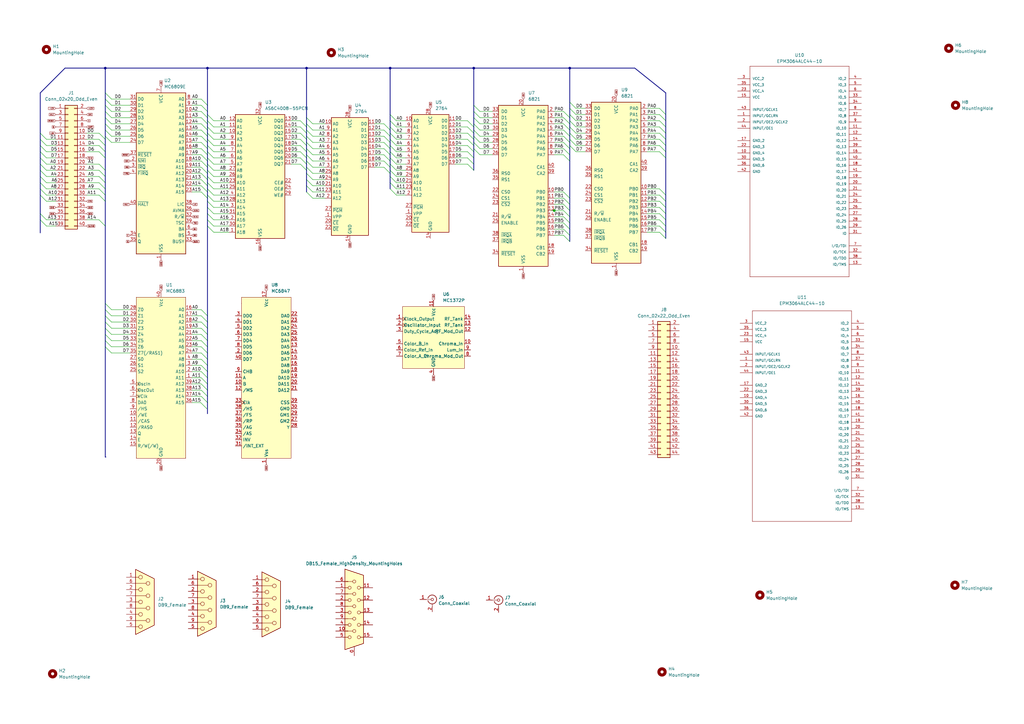
<source format=kicad_sch>
(kicad_sch (version 20211123) (generator eeschema)
  (paper "A3")
  (junction (at 43.18 27.94))
  (junction (at 85.09 27.94))
  (junction (at 227.33 86.36))
  (junction (at 194.31 27.94))
  (junction (at 160.02 27.94))
  (junction (at 125.73 27.94))
  (junction (at 233.68 27.94))
  (bus_entry (at 43.18 139.7) (size 2.54 2.54))
  (bus_entry (at 43.18 142.24) (size 2.54 2.54))
  (bus_entry (at 43.18 137.16) (size 2.54 2.54))
  (bus_entry (at 43.18 134.62) (size 2.54 2.54))
  (bus_entry (at 191.77 54.61) (size 2.54 2.54))
  (bus_entry (at 191.77 57.15) (size 2.54 2.54))
  (bus_entry (at 160.02 69.85) (size 2.54 2.54))
  (bus_entry (at 160.02 72.39) (size 2.54 2.54))
  (bus_entry (at 160.02 74.93) (size 2.54 2.54))
  (bus_entry (at 160.02 77.47) (size 2.54 2.54))
  (bus_entry (at 160.02 54.61) (size 2.54 2.54))
  (bus_entry (at 160.02 57.15) (size 2.54 2.54))
  (bus_entry (at 160.02 59.69) (size 2.54 2.54))
  (bus_entry (at 160.02 62.23) (size 2.54 2.54))
  (bus_entry (at 160.02 64.77) (size 2.54 2.54))
  (bus_entry (at 160.02 67.31) (size 2.54 2.54))
  (bus_entry (at 160.02 46.99) (size 2.54 2.54))
  (bus_entry (at 160.02 49.53) (size 2.54 2.54))
  (bus_entry (at 160.02 52.07) (size 2.54 2.54))
  (bus_entry (at 191.77 52.07) (size 2.54 2.54))
  (bus_entry (at 191.77 49.53) (size 2.54 2.54))
  (bus_entry (at 191.77 62.23) (size 2.54 2.54))
  (bus_entry (at 191.77 64.77) (size 2.54 2.54))
  (bus_entry (at 191.77 59.69) (size 2.54 2.54))
  (bus_entry (at 191.77 67.31) (size 2.54 2.54))
  (bus_entry (at 43.18 55.88) (size 2.54 2.54))
  (bus_entry (at 82.55 127) (size 2.54 2.54))
  (bus_entry (at 43.18 38.1) (size 2.54 2.54))
  (bus_entry (at 82.55 129.54) (size 2.54 2.54))
  (bus_entry (at 82.55 132.08) (size 2.54 2.54))
  (bus_entry (at 82.55 134.62) (size 2.54 2.54))
  (bus_entry (at 82.55 137.16) (size 2.54 2.54))
  (bus_entry (at 82.55 139.7) (size 2.54 2.54))
  (bus_entry (at 82.55 142.24) (size 2.54 2.54))
  (bus_entry (at 82.55 144.78) (size 2.54 2.54))
  (bus_entry (at 82.55 147.32) (size 2.54 2.54))
  (bus_entry (at 82.55 149.86) (size 2.54 2.54))
  (bus_entry (at 82.55 152.4) (size 2.54 2.54))
  (bus_entry (at 82.55 154.94) (size 2.54 2.54))
  (bus_entry (at 82.55 157.48) (size 2.54 2.54))
  (bus_entry (at 82.55 160.02) (size 2.54 2.54))
  (bus_entry (at 82.55 162.56) (size 2.54 2.54))
  (bus_entry (at 82.296 165.1) (size 2.54 2.54))
  (bus_entry (at 16.51 90.17) (size 2.54 2.54))
  (bus_entry (at 16.51 87.63) (size 2.54 2.54))
  (bus_entry (at 40.64 90.17) (size 2.54 2.54))
  (bus_entry (at 16.51 59.69) (size 2.54 2.54))
  (bus_entry (at 16.51 62.23) (size 2.54 2.54))
  (bus_entry (at 16.51 64.77) (size 2.54 2.54))
  (bus_entry (at 16.51 67.31) (size 2.54 2.54))
  (bus_entry (at 16.51 69.85) (size 2.54 2.54))
  (bus_entry (at 16.51 72.39) (size 2.54 2.54))
  (bus_entry (at 16.51 74.93) (size 2.54 2.54))
  (bus_entry (at 16.51 77.47) (size 2.54 2.54))
  (bus_entry (at 16.51 80.01) (size 2.54 2.54))
  (bus_entry (at 16.51 54.61) (size 2.54 2.54))
  (bus_entry (at 16.51 57.15) (size 2.54 2.54))
  (bus_entry (at 82.55 58.42) (size 2.54 2.54))
  (bus_entry (at 82.55 55.88) (size 2.54 2.54))
  (bus_entry (at 82.55 60.96) (size 2.54 2.54))
  (bus_entry (at 82.55 63.5) (size 2.54 2.54))
  (bus_entry (at 85.09 85.09) (size 2.54 2.54))
  (bus_entry (at 85.09 90.17) (size 2.54 2.54))
  (bus_entry (at 85.09 82.55) (size 2.54 2.54))
  (bus_entry (at 85.09 80.01) (size 2.54 2.54))
  (bus_entry (at 85.09 87.63) (size 2.54 2.54))
  (bus_entry (at 82.55 78.74) (size 2.54 2.54))
  (bus_entry (at 85.09 92.71) (size 2.54 2.54))
  (bus_entry (at 85.09 62.23) (size 2.54 2.54))
  (bus_entry (at 85.09 64.77) (size 2.54 2.54))
  (bus_entry (at 82.55 71.12) (size 2.54 2.54))
  (bus_entry (at 85.09 69.85) (size 2.54 2.54))
  (bus_entry (at 85.09 67.31) (size 2.54 2.54))
  (bus_entry (at 85.09 72.39) (size 2.54 2.54))
  (bus_entry (at 82.55 68.58) (size 2.54 2.54))
  (bus_entry (at 82.55 66.04) (size 2.54 2.54))
  (bus_entry (at 82.55 73.66) (size 2.54 2.54))
  (bus_entry (at 85.09 77.47) (size 2.54 2.54))
  (bus_entry (at 85.09 74.93) (size 2.54 2.54))
  (bus_entry (at 82.55 76.2) (size 2.54 2.54))
  (bus_entry (at 43.18 129.54) (size 2.54 2.54))
  (bus_entry (at 43.18 132.08) (size 2.54 2.54))
  (bus_entry (at 270.51 77.47) (size 2.54 2.54))
  (bus_entry (at 270.51 87.63) (size 2.54 2.54))
  (bus_entry (at 270.51 85.09) (size 2.54 2.54))
  (bus_entry (at 270.51 90.17) (size 2.54 2.54))
  (bus_entry (at 270.51 92.71) (size 2.54 2.54))
  (bus_entry (at 270.51 80.01) (size 2.54 2.54))
  (bus_entry (at 270.51 82.55) (size 2.54 2.54))
  (bus_entry (at 270.51 95.25) (size 2.54 2.54))
  (bus_entry (at 123.19 59.69) (size 2.54 2.54))
  (bus_entry (at 123.19 57.15) (size 2.54 2.54))
  (bus_entry (at 123.19 49.53) (size 2.54 2.54))
  (bus_entry (at 123.19 54.61) (size 2.54 2.54))
  (bus_entry (at 123.19 52.07) (size 2.54 2.54))
  (bus_entry (at 85.09 59.69) (size 2.54 2.54))
  (bus_entry (at 85.09 57.15) (size 2.54 2.54))
  (bus_entry (at 194.31 45.72) (size 2.54 2.54))
  (bus_entry (at 194.31 43.18) (size 2.54 2.54))
  (bus_entry (at 231.14 45.72) (size 2.54 2.54))
  (bus_entry (at 231.14 48.26) (size 2.54 2.54))
  (bus_entry (at 231.14 50.8) (size 2.54 2.54))
  (bus_entry (at 231.14 53.34) (size 2.54 2.54))
  (bus_entry (at 231.14 55.88) (size 2.54 2.54))
  (bus_entry (at 231.14 81.28) (size 2.54 2.54))
  (bus_entry (at 231.14 83.82) (size 2.54 2.54))
  (bus_entry (at 231.14 86.36) (size 2.54 2.54))
  (bus_entry (at 231.14 88.9) (size 2.54 2.54))
  (bus_entry (at 231.14 91.44) (size 2.54 2.54))
  (bus_entry (at 231.14 93.98) (size 2.54 2.54))
  (bus_entry (at 231.14 96.52) (size 2.54 2.54))
  (bus_entry (at 231.14 58.42) (size 2.54 2.54))
  (bus_entry (at 231.14 60.96) (size 2.54 2.54))
  (bus_entry (at 231.14 63.5) (size 2.54 2.54))
  (bus_entry (at 231.14 78.74) (size 2.54 2.54))
  (bus_entry (at 194.31 48.26) (size 2.54 2.54))
  (bus_entry (at 194.31 60.96) (size 2.54 2.54))
  (bus_entry (at 194.31 50.8) (size 2.54 2.54))
  (bus_entry (at 194.31 53.34) (size 2.54 2.54))
  (bus_entry (at 194.31 55.88) (size 2.54 2.54))
  (bus_entry (at 194.31 58.42) (size 2.54 2.54))
  (bus_entry (at 40.64 54.61) (size 2.54 2.54))
  (bus_entry (at 40.64 72.39) (size 2.54 2.54))
  (bus_entry (at 40.64 74.93) (size 2.54 2.54))
  (bus_entry (at 40.64 77.47) (size 2.54 2.54))
  (bus_entry (at 40.64 80.01) (size 2.54 2.54))
  (bus_entry (at 40.64 57.15) (size 2.54 2.54))
  (bus_entry (at 40.64 69.85) (size 2.54 2.54))
  (bus_entry (at 40.64 67.31) (size 2.54 2.54))
  (bus_entry (at 40.64 62.23) (size 2.54 2.54))
  (bus_entry (at 40.64 59.69) (size 2.54 2.54))
  (bus_entry (at 85.09 54.61) (size 2.54 2.54))
  (bus_entry (at 82.55 48.26) (size 2.54 2.54))
  (bus_entry (at 82.55 45.72) (size 2.54 2.54))
  (bus_entry (at 85.09 46.99) (size 2.54 2.54))
  (bus_entry (at 82.55 50.8) (size 2.54 2.54))
  (bus_entry (at 85.09 52.07) (size 2.54 2.54))
  (bus_entry (at 85.09 49.53) (size 2.54 2.54))
  (bus_entry (at 82.55 40.64) (size 2.54 2.54))
  (bus_entry (at 82.55 43.18) (size 2.54 2.54))
  (bus_entry (at 43.18 124.46) (size 2.54 2.54))
  (bus_entry (at 43.18 127) (size 2.54 2.54))
  (bus_entry (at 82.55 53.34) (size 2.54 2.54))
  (bus_entry (at 157.48 60.96) (size 2.54 2.54))
  (bus_entry (at 157.48 63.5) (size 2.54 2.54))
  (bus_entry (at 157.48 55.88) (size 2.54 2.54))
  (bus_entry (at 157.48 58.42) (size 2.54 2.54))
  (bus_entry (at 157.48 66.04) (size 2.54 2.54))
  (bus_entry (at 157.48 68.58) (size 2.54 2.54))
  (bus_entry (at 157.48 50.8) (size 2.54 2.54))
  (bus_entry (at 157.48 53.34) (size 2.54 2.54))
  (bus_entry (at 125.73 60.96) (size 2.54 2.54))
  (bus_entry (at 125.73 63.5) (size 2.54 2.54))
  (bus_entry (at 125.73 76.2) (size 2.54 2.54))
  (bus_entry (at 125.73 78.74) (size 2.54 2.54))
  (bus_entry (at 125.73 68.58) (size 2.54 2.54))
  (bus_entry (at 125.73 71.12) (size 2.54 2.54))
  (bus_entry (at 125.73 73.66) (size 2.54 2.54))
  (bus_entry (at 123.19 64.77) (size 2.54 2.54))
  (bus_entry (at 125.73 66.04) (size 2.54 2.54))
  (bus_entry (at 123.19 67.31) (size 2.54 2.54))
  (bus_entry (at 125.73 53.34) (size 2.54 2.54))
  (bus_entry (at 125.73 58.42) (size 2.54 2.54))
  (bus_entry (at 125.73 55.88) (size 2.54 2.54))
  (bus_entry (at 125.73 50.8) (size 2.54 2.54))
  (bus_entry (at 125.73 48.26) (size 2.54 2.54))
  (bus_entry (at 123.19 62.23) (size 2.54 2.54))
  (bus_entry (at 43.18 50.8) (size 2.54 2.54))
  (bus_entry (at 43.18 53.34) (size 2.54 2.54))
  (bus_entry (at 43.18 45.72) (size 2.54 2.54))
  (bus_entry (at 43.18 48.26) (size 2.54 2.54))
  (bus_entry (at 43.18 43.18) (size 2.54 2.54))
  (bus_entry (at 43.18 40.64) (size 2.54 2.54))
  (bus_entry (at 233.68 54.61) (size 2.54 2.54))
  (bus_entry (at 233.68 57.15) (size 2.54 2.54))
  (bus_entry (at 233.68 59.69) (size 2.54 2.54))
  (bus_entry (at 270.51 62.23) (size 2.54 2.54))
  (bus_entry (at 233.68 46.99) (size 2.54 2.54))
  (bus_entry (at 233.68 44.45) (size 2.54 2.54))
  (bus_entry (at 233.68 41.91) (size 2.54 2.54))
  (bus_entry (at 270.51 54.61) (size 2.54 2.54))
  (bus_entry (at 270.51 57.15) (size 2.54 2.54))
  (bus_entry (at 270.51 59.69) (size 2.54 2.54))
  (bus_entry (at 233.68 49.53) (size 2.54 2.54))
  (bus_entry (at 233.68 52.07) (size 2.54 2.54))
  (bus_entry (at 270.51 46.99) (size 2.54 2.54))
  (bus_entry (at 270.51 44.45) (size 2.54 2.54))
  (bus_entry (at 270.51 49.53) (size 2.54 2.54))
  (bus_entry (at 270.51 52.07) (size 2.54 2.54))
  (wire (pts (xy 265.43 77.47) (xy 270.51 77.47)))
  (bus (pts (xy 233.68 88.9) (xy 233.68 91.44)))
  (wire (pts (xy 35.56 74.93) (xy 40.64 74.93)))
  (wire (pts (xy 35.56 80.01) (xy 40.64 80.01)))
  (bus (pts (xy 160.02 27.94) (xy 194.31 27.94)))
  (bus (pts (xy 233.68 44.45) (xy 233.68 46.99)))
  (wire (pts (xy 265.43 46.99) (xy 270.51 46.99)))
  (wire (pts (xy 87.63 62.23) (xy 93.98 62.23)))
  (wire (pts (xy 78.74 134.62) (xy 82.55 134.62)))
  (wire (pts (xy 78.74 76.2) (xy 82.55 76.2)))
  (wire (pts (xy 128.27 55.88) (xy 133.35 55.88)))
  (wire (pts (xy 186.69 67.31) (xy 191.77 67.31)))
  (bus (pts (xy 43.18 72.39) (xy 43.18 74.93)))
  (bus (pts (xy 16.51 69.85) (xy 16.51 67.31)))
  (wire (pts (xy 236.22 57.15) (xy 240.03 57.15)))
  (bus (pts (xy 194.31 64.77) (xy 194.31 67.31)))
  (bus (pts (xy 16.51 90.17) (xy 16.51 95.504)))
  (bus (pts (xy 43.18 129.54) (xy 43.18 132.08)))
  (bus (pts (xy 85.09 68.58) (xy 85.09 69.85)))
  (bus (pts (xy 273.05 59.69) (xy 273.05 62.23)))
  (wire (pts (xy 196.85 63.5) (xy 201.93 63.5)))
  (wire (pts (xy 45.72 137.16) (xy 53.34 137.16)))
  (wire (pts (xy 78.74 66.04) (xy 82.55 66.04)))
  (wire (pts (xy 265.43 90.17) (xy 270.51 90.17)))
  (bus (pts (xy 16.51 77.47) (xy 16.51 74.93)))
  (wire (pts (xy 186.69 64.77) (xy 191.77 64.77)))
  (wire (pts (xy 78.74 139.7) (xy 82.55 139.7)))
  (wire (pts (xy 78.74 147.32) (xy 82.55 147.32)))
  (bus (pts (xy 260.35 27.94) (xy 273.05 38.1)))
  (bus (pts (xy 43.18 82.55) (xy 43.18 92.71)))
  (wire (pts (xy 119.38 59.69) (xy 123.19 59.69)))
  (bus (pts (xy 85.09 49.53) (xy 85.09 50.8)))
  (wire (pts (xy 196.85 50.8) (xy 201.93 50.8)))
  (wire (pts (xy 35.56 62.23) (xy 40.64 62.23)))
  (bus (pts (xy 85.09 90.17) (xy 85.09 92.71)))
  (bus (pts (xy 233.68 58.42) (xy 233.68 59.69)))
  (bus (pts (xy 160.02 64.77) (xy 160.02 66.04)))
  (wire (pts (xy 162.56 74.93) (xy 166.37 74.93)))
  (wire (pts (xy 35.56 67.31) (xy 40.64 67.31)))
  (bus (pts (xy 43.18 43.18) (xy 43.18 45.72)))
  (wire (pts (xy 45.72 50.8) (xy 53.34 50.8)))
  (bus (pts (xy 26.67 27.94) (xy 43.18 27.94)))
  (wire (pts (xy 227.33 88.9) (xy 231.14 88.9)))
  (wire (pts (xy 236.22 46.99) (xy 240.03 46.99)))
  (bus (pts (xy 43.18 187.452) (xy 43.434 187.452)))
  (bus (pts (xy 85.09 82.55) (xy 85.09 85.09)))
  (wire (pts (xy 162.56 52.07) (xy 166.37 52.07)))
  (bus (pts (xy 160.02 54.61) (xy 160.02 55.88)))
  (bus (pts (xy 16.51 57.15) (xy 16.51 54.61)))
  (bus (pts (xy 233.68 81.28) (xy 233.68 83.82)))
  (bus (pts (xy 273.05 90.17) (xy 273.05 92.71)))
  (bus (pts (xy 16.51 74.93) (xy 16.51 72.39)))
  (bus (pts (xy 125.73 59.69) (xy 125.73 60.96)))
  (bus (pts (xy 43.18 137.16) (xy 43.18 139.7)))
  (wire (pts (xy 45.72 142.24) (xy 53.34 142.24)))
  (wire (pts (xy 19.05 62.23) (xy 22.86 62.23)))
  (wire (pts (xy 78.74 40.64) (xy 82.55 40.64)))
  (wire (pts (xy 265.43 95.25) (xy 270.51 95.25)))
  (bus (pts (xy 160.02 62.23) (xy 160.02 63.5)))
  (bus (pts (xy 85.09 60.96) (xy 85.09 62.23)))
  (bus (pts (xy 125.73 76.2) (xy 125.73 78.74)))
  (wire (pts (xy 78.74 73.66) (xy 82.55 73.66)))
  (bus (pts (xy 85.09 92.71) (xy 85.09 129.54)))
  (bus (pts (xy 194.31 45.72) (xy 194.31 48.26)))
  (wire (pts (xy 265.43 85.09) (xy 270.51 85.09)))
  (wire (pts (xy 265.43 52.07) (xy 270.51 52.07)))
  (bus (pts (xy 85.09 152.4) (xy 85.09 154.94)))
  (bus (pts (xy 273.05 46.99) (xy 273.05 49.53)))
  (wire (pts (xy 78.74 152.4) (xy 82.55 152.4)))
  (wire (pts (xy 78.74 48.26) (xy 82.55 48.26)))
  (bus (pts (xy 43.18 142.24) (xy 43.18 187.452)))
  (bus (pts (xy 85.09 62.23) (xy 85.09 63.5)))
  (wire (pts (xy 153.67 60.96) (xy 157.48 60.96)))
  (bus (pts (xy 194.31 67.31) (xy 194.31 69.85)))
  (wire (pts (xy 186.69 62.23) (xy 191.77 62.23)))
  (wire (pts (xy 236.22 44.45) (xy 240.03 44.45)))
  (bus (pts (xy 43.18 124.46) (xy 43.18 127)))
  (wire (pts (xy 78.74 149.86) (xy 82.55 149.86)))
  (wire (pts (xy 87.63 80.01) (xy 93.98 80.01)))
  (wire (pts (xy 19.05 77.47) (xy 22.86 77.47)))
  (bus (pts (xy 85.09 50.8) (xy 85.09 52.07)))
  (bus (pts (xy 43.18 55.88) (xy 43.18 57.15)))
  (wire (pts (xy 153.67 63.5) (xy 157.48 63.5)))
  (bus (pts (xy 16.51 72.39) (xy 16.51 69.85)))
  (wire (pts (xy 128.27 73.66) (xy 133.35 73.66)))
  (wire (pts (xy 45.72 139.7) (xy 53.34 139.7)))
  (wire (pts (xy 162.56 59.69) (xy 166.37 59.69)))
  (bus (pts (xy 194.31 50.8) (xy 194.31 52.07)))
  (wire (pts (xy 19.05 92.71) (xy 22.86 92.71)))
  (wire (pts (xy 119.38 67.31) (xy 123.19 67.31)))
  (wire (pts (xy 162.56 57.15) (xy 166.37 57.15)))
  (wire (pts (xy 78.74 160.02) (xy 82.55 160.02)))
  (bus (pts (xy 125.73 60.96) (xy 125.73 62.23)))
  (bus (pts (xy 125.73 55.88) (xy 125.73 57.15)))
  (bus (pts (xy 233.68 96.52) (xy 233.68 99.06)))
  (wire (pts (xy 78.74 162.56) (xy 82.55 162.56)))
  (bus (pts (xy 233.68 83.82) (xy 233.68 86.36)))
  (wire (pts (xy 45.72 127) (xy 53.34 127)))
  (wire (pts (xy 35.56 57.15) (xy 40.64 57.15)))
  (bus (pts (xy 85.09 160.02) (xy 85.09 162.56)))
  (bus (pts (xy 85.09 76.2) (xy 85.09 77.47)))
  (bus (pts (xy 273.05 85.09) (xy 273.05 87.63)))
  (bus (pts (xy 16.51 59.69) (xy 16.51 57.15)))
  (wire (pts (xy 196.85 45.72) (xy 201.93 45.72)))
  (wire (pts (xy 265.43 59.69) (xy 270.51 59.69)))
  (bus (pts (xy 85.09 73.66) (xy 85.09 74.93)))
  (bus (pts (xy 85.09 134.62) (xy 85.09 137.16)))
  (wire (pts (xy 19.05 72.39) (xy 22.86 72.39)))
  (wire (pts (xy 119.38 57.15) (xy 123.19 57.15)))
  (bus (pts (xy 273.05 38.1) (xy 273.05 46.99)))
  (bus (pts (xy 85.09 59.69) (xy 85.09 60.96)))
  (wire (pts (xy 162.56 69.85) (xy 166.37 69.85)))
  (wire (pts (xy 265.43 62.23) (xy 270.51 62.23)))
  (wire (pts (xy 196.85 55.88) (xy 201.93 55.88)))
  (wire (pts (xy 227.33 93.98) (xy 231.14 93.98)))
  (wire (pts (xy 236.22 49.53) (xy 240.03 49.53)))
  (wire (pts (xy 153.67 68.58) (xy 157.48 68.58)))
  (wire (pts (xy 227.33 48.26) (xy 231.14 48.26)))
  (bus (pts (xy 125.73 64.77) (xy 125.73 66.04)))
  (wire (pts (xy 128.27 58.42) (xy 133.35 58.42)))
  (wire (pts (xy 162.56 72.39) (xy 166.37 72.39)))
  (bus (pts (xy 125.73 48.26) (xy 125.73 50.8)))
  (wire (pts (xy 128.27 71.12) (xy 133.35 71.12)))
  (wire (pts (xy 45.72 48.26) (xy 53.34 48.26)))
  (bus (pts (xy 43.18 139.7) (xy 43.18 142.24)))
  (wire (pts (xy 227.33 96.52) (xy 231.14 96.52)))
  (wire (pts (xy 19.05 67.31) (xy 22.86 67.31)))
  (bus (pts (xy 125.73 50.8) (xy 125.73 52.07)))
  (wire (pts (xy 35.56 90.17) (xy 40.64 90.17)))
  (bus (pts (xy 85.09 64.77) (xy 85.09 66.04)))
  (bus (pts (xy 85.09 63.5) (xy 85.09 64.77)))
  (wire (pts (xy 227.33 55.88) (xy 231.14 55.88)))
  (wire (pts (xy 153.67 58.42) (xy 157.48 58.42)))
  (wire (pts (xy 87.63 82.55) (xy 93.98 82.55)))
  (wire (pts (xy 153.67 55.88) (xy 157.48 55.88)))
  (bus (pts (xy 85.09 74.93) (xy 85.09 76.2)))
  (wire (pts (xy 227.33 63.5) (xy 231.14 63.5)))
  (wire (pts (xy 87.63 59.69) (xy 93.98 59.69)))
  (wire (pts (xy 78.74 60.96) (xy 82.55 60.96)))
  (bus (pts (xy 16.51 87.63) (xy 16.51 90.17)))
  (wire (pts (xy 45.72 134.62) (xy 53.34 134.62)))
  (bus (pts (xy 273.05 49.53) (xy 273.05 52.07)))
  (bus (pts (xy 85.09 77.47) (xy 85.09 78.74)))
  (wire (pts (xy 128.27 76.2) (xy 133.35 76.2)))
  (bus (pts (xy 233.68 55.88) (xy 233.68 57.15)))
  (bus (pts (xy 273.05 52.07) (xy 273.05 54.61)))
  (bus (pts (xy 194.31 48.26) (xy 194.31 50.8)))
  (wire (pts (xy 265.43 44.45) (xy 270.51 44.45)))
  (wire (pts (xy 45.72 53.34) (xy 53.34 53.34)))
  (wire (pts (xy 78.74 157.48) (xy 82.55 157.48)))
  (wire (pts (xy 227.33 91.44) (xy 231.14 91.44)))
  (bus (pts (xy 160.02 49.53) (xy 160.02 52.07)))
  (wire (pts (xy 236.22 62.23) (xy 240.03 62.23)))
  (bus (pts (xy 85.09 27.94) (xy 125.73 27.94)))
  (bus (pts (xy 160.02 63.5) (xy 160.02 64.77)))
  (bus (pts (xy 125.73 63.5) (xy 125.73 64.77)))
  (bus (pts (xy 43.18 74.93) (xy 43.18 77.47)))
  (bus (pts (xy 194.31 53.34) (xy 194.31 54.61)))
  (wire (pts (xy 128.27 66.04) (xy 133.35 66.04)))
  (wire (pts (xy 78.74 142.24) (xy 82.55 142.24)))
  (bus (pts (xy 233.68 27.94) (xy 233.68 41.91)))
  (wire (pts (xy 19.05 80.01) (xy 22.86 80.01)))
  (wire (pts (xy 153.67 50.8) (xy 157.48 50.8)))
  (bus (pts (xy 125.73 69.85) (xy 125.73 71.12)))
  (bus (pts (xy 43.18 80.01) (xy 43.18 82.55)))
  (bus (pts (xy 194.31 60.96) (xy 194.31 62.23)))
  (bus (pts (xy 160.02 74.93) (xy 160.02 77.47)))
  (wire (pts (xy 153.67 53.34) (xy 157.48 53.34)))
  (bus (pts (xy 233.68 41.91) (xy 233.68 44.45)))
  (wire (pts (xy 227.33 53.34) (xy 231.14 53.34)))
  (bus (pts (xy 85.09 129.54) (xy 85.09 132.08)))
  (wire (pts (xy 162.56 80.01) (xy 166.37 80.01)))
  (wire (pts (xy 87.63 72.39) (xy 93.98 72.39)))
  (wire (pts (xy 78.74 68.58) (xy 82.55 68.58)))
  (bus (pts (xy 43.18 92.71) (xy 43.18 124.46)))
  (wire (pts (xy 236.22 52.07) (xy 240.03 52.07)))
  (bus (pts (xy 43.18 45.72) (xy 43.18 48.26)))
  (wire (pts (xy 35.56 69.85) (xy 40.64 69.85)))
  (wire (pts (xy 87.63 67.31) (xy 93.98 67.31)))
  (bus (pts (xy 125.73 52.07) (xy 125.73 53.34)))
  (bus (pts (xy 85.09 80.01) (xy 85.09 81.28)))
  (bus (pts (xy 273.05 54.61) (xy 273.05 57.15)))
  (bus (pts (xy 125.73 67.31) (xy 125.73 68.58)))
  (bus (pts (xy 16.51 38.1) (xy 26.67 27.94)))
  (wire (pts (xy 87.63 85.09) (xy 93.98 85.09)))
  (bus (pts (xy 85.09 58.42) (xy 85.09 59.69)))
  (wire (pts (xy 45.72 43.18) (xy 53.34 43.18)))
  (wire (pts (xy 186.69 57.15) (xy 191.77 57.15)))
  (bus (pts (xy 194.31 57.15) (xy 194.31 58.42)))
  (bus (pts (xy 233.68 52.07) (xy 233.68 53.34)))
  (bus (pts (xy 160.02 55.88) (xy 160.02 57.15)))
  (wire (pts (xy 128.27 81.28) (xy 133.35 81.28)))
  (bus (pts (xy 273.05 82.55) (xy 273.05 85.09)))
  (wire (pts (xy 45.72 129.54) (xy 53.34 129.54)))
  (wire (pts (xy 78.74 165.1) (xy 82.296 165.1)))
  (bus (pts (xy 85.09 137.16) (xy 85.09 139.7)))
  (bus (pts (xy 233.68 27.94) (xy 260.35 27.94)))
  (wire (pts (xy 87.63 64.77) (xy 93.98 64.77)))
  (bus (pts (xy 233.68 60.96) (xy 233.68 63.5)))
  (bus (pts (xy 43.18 53.34) (xy 43.18 55.88)))
  (wire (pts (xy 265.43 57.15) (xy 270.51 57.15)))
  (wire (pts (xy 128.27 68.58) (xy 133.35 68.58)))
  (bus (pts (xy 16.51 38.1) (xy 16.51 54.61)))
  (wire (pts (xy 35.56 72.39) (xy 40.64 72.39)))
  (bus (pts (xy 85.09 139.7) (xy 85.09 142.24)))
  (wire (pts (xy 186.69 54.61) (xy 191.77 54.61)))
  (bus (pts (xy 125.73 62.23) (xy 125.73 63.5)))
  (wire (pts (xy 87.63 69.85) (xy 93.98 69.85)))
  (wire (pts (xy 87.63 54.61) (xy 93.98 54.61)))
  (wire (pts (xy 265.43 54.61) (xy 270.51 54.61)))
  (bus (pts (xy 125.73 54.61) (xy 125.73 55.88)))
  (bus (pts (xy 85.09 43.18) (xy 85.09 45.72)))
  (bus (pts (xy 85.09 165.1) (xy 85.09 169.672)))
  (bus (pts (xy 85.09 54.61) (xy 85.09 55.88)))
  (wire (pts (xy 196.85 53.34) (xy 201.93 53.34)))
  (bus (pts (xy 43.18 77.47) (xy 43.18 80.01)))
  (wire (pts (xy 227.33 50.8) (xy 231.14 50.8)))
  (wire (pts (xy 87.63 77.47) (xy 93.98 77.47)))
  (bus (pts (xy 194.31 58.42) (xy 194.31 59.69)))
  (wire (pts (xy 78.74 53.34) (xy 82.55 53.34)))
  (wire (pts (xy 87.63 90.17) (xy 93.98 90.17)))
  (wire (pts (xy 78.74 63.5) (xy 82.55 63.5)))
  (bus (pts (xy 160.02 57.15) (xy 160.02 58.42)))
  (wire (pts (xy 226.06 86.36) (xy 227.33 86.36)))
  (wire (pts (xy 162.56 64.77) (xy 166.37 64.77)))
  (bus (pts (xy 16.51 62.23) (xy 16.51 59.69)))
  (wire (pts (xy 186.69 59.69) (xy 191.77 59.69)))
  (wire (pts (xy 128.27 53.34) (xy 133.35 53.34)))
  (wire (pts (xy 227.33 83.82) (xy 231.14 83.82)))
  (wire (pts (xy 78.74 45.72) (xy 82.55 45.72)))
  (wire (pts (xy 162.56 77.47) (xy 166.37 77.47)))
  (wire (pts (xy 265.43 87.63) (xy 270.51 87.63)))
  (bus (pts (xy 194.31 27.94) (xy 194.31 43.18)))
  (wire (pts (xy 78.74 43.18) (xy 82.55 43.18)))
  (bus (pts (xy 125.73 66.04) (xy 125.73 67.31)))
  (bus (pts (xy 16.51 64.77) (xy 16.51 62.23)))
  (bus (pts (xy 194.31 54.61) (xy 194.31 55.88)))
  (bus (pts (xy 273.05 80.01) (xy 273.05 82.55)))
  (bus (pts (xy 160.02 58.42) (xy 160.02 59.69)))
  (bus (pts (xy 43.18 69.85) (xy 43.18 72.39)))
  (wire (pts (xy 45.72 144.78) (xy 53.34 144.78)))
  (bus (pts (xy 233.68 91.44) (xy 233.68 93.98)))
  (bus (pts (xy 43.18 132.08) (xy 43.18 134.62)))
  (bus (pts (xy 233.68 66.04) (xy 233.68 81.28)))
  (wire (pts (xy 196.85 48.26) (xy 201.93 48.26)))
  (bus (pts (xy 43.18 127) (xy 43.18 129.54)))
  (bus (pts (xy 273.05 87.63) (xy 273.05 90.17)))
  (wire (pts (xy 78.74 78.74) (xy 82.55 78.74)))
  (bus (pts (xy 43.18 57.15) (xy 43.18 59.69)))
  (wire (pts (xy 128.27 78.74) (xy 133.35 78.74)))
  (wire (pts (xy 87.63 57.15) (xy 93.98 57.15)))
  (wire (pts (xy 78.74 58.42) (xy 82.55 58.42)))
  (bus (pts (xy 273.05 92.71) (xy 273.05 95.25)))
  (wire (pts (xy 78.74 154.94) (xy 82.55 154.94)))
  (bus (pts (xy 233.68 50.8) (xy 233.68 52.07)))
  (wire (pts (xy 78.74 71.12) (xy 82.55 71.12)))
  (wire (pts (xy 236.22 59.69) (xy 240.03 59.69)))
  (bus (pts (xy 194.31 43.18) (xy 194.31 45.72)))
  (wire (pts (xy 236.22 54.61) (xy 240.03 54.61)))
  (wire (pts (xy 119.38 62.23) (xy 123.19 62.23)))
  (bus (pts (xy 85.09 72.39) (xy 85.09 73.66)))
  (bus (pts (xy 85.09 27.94) (xy 85.09 43.18)))
  (wire (pts (xy 196.85 58.42) (xy 201.93 58.42)))
  (bus (pts (xy 16.51 77.47) (xy 16.51 80.01)))
  (wire (pts (xy 78.74 55.88) (xy 82.55 55.88)))
  (wire (pts (xy 45.72 132.08) (xy 53.34 132.08)))
  (bus (pts (xy 85.09 71.12) (xy 85.09 72.39)))
  (bus (pts (xy 160.02 60.96) (xy 160.02 62.23)))
  (bus (pts (xy 43.18 59.69) (xy 43.18 62.23)))
  (bus (pts (xy 160.02 72.39) (xy 160.02 74.93)))
  (bus (pts (xy 125.73 73.66) (xy 125.73 76.2)))
  (wire (pts (xy 78.74 132.08) (xy 82.55 132.08)))
  (bus (pts (xy 160.02 69.85) (xy 160.02 71.12)))
  (wire (pts (xy 128.27 60.96) (xy 133.35 60.96)))
  (wire (pts (xy 227.33 81.28) (xy 231.14 81.28)))
  (wire (pts (xy 19.05 59.69) (xy 22.86 59.69)))
  (wire (pts (xy 153.67 66.04) (xy 157.48 66.04)))
  (bus (pts (xy 85.09 53.34) (xy 85.09 54.61)))
  (wire (pts (xy 78.74 144.78) (xy 82.55 144.78)))
  (bus (pts (xy 233.68 53.34) (xy 233.68 54.61)))
  (wire (pts (xy 265.43 80.01) (xy 270.51 80.01)))
  (wire (pts (xy 119.38 49.53) (xy 123.19 49.53)))
  (wire (pts (xy 196.85 60.96) (xy 201.93 60.96)))
  (wire (pts (xy 45.72 45.72) (xy 53.34 45.72)))
  (wire (pts (xy 162.56 49.53) (xy 166.37 49.53)))
  (wire (pts (xy 186.69 49.53) (xy 191.77 49.53)))
  (wire (pts (xy 87.63 74.93) (xy 93.98 74.93)))
  (bus (pts (xy 85.09 142.24) (xy 85.09 144.78)))
  (bus (pts (xy 273.05 57.15) (xy 273.05 59.69)))
  (bus (pts (xy 194.31 52.07) (xy 194.31 53.34)))
  (wire (pts (xy 78.74 50.8) (xy 82.55 50.8)))
  (bus (pts (xy 233.68 86.36) (xy 233.68 88.9)))
  (bus (pts (xy 43.18 62.23) (xy 43.18 64.77)))
  (wire (pts (xy 35.56 59.69) (xy 40.64 59.69)))
  (wire (pts (xy 119.38 64.77) (xy 123.19 64.77)))
  (bus (pts (xy 233.68 46.99) (xy 233.68 48.26)))
  (bus (pts (xy 85.09 48.26) (xy 85.09 49.53)))
  (wire (pts (xy 87.63 92.71) (xy 93.98 92.71)))
  (wire (pts (xy 162.56 67.31) (xy 166.37 67.31)))
  (bus (pts (xy 85.09 52.07) (xy 85.09 53.34)))
  (wire (pts (xy 87.63 95.25) (xy 93.98 95.25)))
  (bus (pts (xy 194.31 55.88) (xy 194.31 57.15)))
  (bus (pts (xy 194.31 27.94) (xy 233.68 27.94)))
  (bus (pts (xy 194.31 62.23) (xy 194.31 64.77)))
  (bus (pts (xy 85.09 149.86) (xy 85.09 152.4)))
  (wire (pts (xy 19.05 90.17) (xy 22.86 90.17)))
  (bus (pts (xy 85.09 78.74) (xy 85.09 80.01)))
  (bus (pts (xy 160.02 67.31) (xy 160.02 68.58)))
  (wire (pts (xy 227.33 78.74) (xy 231.14 78.74)))
  (bus (pts (xy 16.51 80.01) (xy 16.51 87.63)))
  (wire (pts (xy 227.33 45.72) (xy 231.14 45.72)))
  (wire (pts (xy 87.63 49.53) (xy 93.98 49.53)))
  (wire (pts (xy 265.43 92.71) (xy 270.51 92.71)))
  (bus (pts (xy 125.73 58.42) (xy 125.73 59.69)))
  (bus (pts (xy 160.02 46.99) (xy 160.02 49.53)))
  (bus (pts (xy 43.18 50.8) (xy 43.18 53.34)))
  (bus (pts (xy 160.02 59.69) (xy 160.02 60.96)))
  (bus (pts (xy 273.05 62.23) (xy 273.05 64.77)))
  (wire (pts (xy 119.38 52.07) (xy 123.19 52.07)))
  (bus (pts (xy 160.02 27.94) (xy 160.02 46.99)))
  (bus (pts (xy 43.18 134.62) (xy 43.18 137.16)))
  (bus (pts (xy 43.18 64.77) (xy 43.18 69.85)))
  (wire (pts (xy 19.05 64.77) (xy 22.86 64.77)))
  (wire (pts (xy 45.72 58.42) (xy 53.34 58.42)))
  (bus (pts (xy 85.09 154.94) (xy 85.09 157.48)))
  (wire (pts (xy 162.56 54.61) (xy 166.37 54.61)))
  (bus (pts (xy 85.09 67.31) (xy 85.09 68.58)))
  (bus (pts (xy 85.09 85.09) (xy 85.09 87.63)))
  (bus (pts (xy 233.68 59.69) (xy 233.68 60.96)))
  (bus (pts (xy 85.09 66.04) (xy 85.09 67.31)))
  (bus (pts (xy 85.09 132.08) (xy 85.09 134.62)))
  (wire (pts (xy 128.27 63.5) (xy 133.35 63.5)))
  (bus (pts (xy 85.09 69.85) (xy 85.09 71.12)))
  (bus (pts (xy 233.68 49.53) (xy 233.68 50.8)))
  (wire (pts (xy 128.27 50.8) (xy 133.35 50.8)))
  (bus (pts (xy 160.02 53.34) (xy 160.02 54.61)))
  (bus (pts (xy 233.68 93.98) (xy 233.68 96.52)))
  (bus (pts (xy 194.31 59.69) (xy 194.31 60.96)))
  (wire (pts (xy 227.33 86.36) (xy 231.14 86.36)))
  (wire (pts (xy 19.05 69.85) (xy 22.86 69.85)))
  (bus (pts (xy 125.73 27.94) (xy 160.02 27.94)))
  (wire (pts (xy 87.63 87.63) (xy 93.98 87.63)))
  (bus (pts (xy 85.09 144.78) (xy 85.09 147.32)))
  (bus (pts (xy 160.02 71.12) (xy 160.02 72.39)))
  (wire (pts (xy 35.56 54.61) (xy 40.64 54.61)))
  (wire (pts (xy 265.43 82.55) (xy 270.51 82.55)))
  (bus (pts (xy 85.09 45.72) (xy 85.09 46.99)))
  (bus (pts (xy 233.68 57.15) (xy 233.68 58.42)))
  (bus (pts (xy 85.09 162.56) (xy 85.09 165.1)))
  (bus (pts (xy 160.02 66.04) (xy 160.02 67.31)))
  (bus (pts (xy 160.02 52.07) (xy 160.02 53.34)))
  (bus (pts (xy 43.18 38.1) (xy 43.18 40.64)))
  (bus (pts (xy 233.68 63.5) (xy 233.68 66.04)))
  (bus (pts (xy 43.18 27.94) (xy 43.18 38.1)))
  (wire (pts (xy 265.43 49.53) (xy 270.51 49.53)))
  (wire (pts (xy 45.72 40.64) (xy 53.34 40.64)))
  (wire (pts (xy 45.72 55.88) (xy 53.34 55.88)))
  (wire (pts (xy 19.05 74.93) (xy 22.86 74.93)))
  (wire (pts (xy 227.33 60.96) (xy 231.14 60.96)))
  (wire (pts (xy 186.69 52.07) (xy 191.77 52.07)))
  (bus (pts (xy 273.05 64.77) (xy 273.05 80.01)))
  (wire (pts (xy 227.33 58.42) (xy 231.14 58.42)))
  (bus (pts (xy 125.73 57.15) (xy 125.73 58.42)))
  (bus (pts (xy 43.18 48.26) (xy 43.18 50.8)))
  (bus (pts (xy 125.73 71.12) (xy 125.73 73.66)))
  (bus (pts (xy 85.09 81.28) (xy 85.09 82.55)))
  (wire (pts (xy 119.38 54.61) (xy 123.19 54.61)))
  (bus (pts (xy 43.18 40.64) (xy 43.18 43.18)))
  (bus (pts (xy 43.18 27.94) (xy 85.09 27.94)))
  (bus (pts (xy 233.68 48.26) (xy 233.68 49.53)))
  (wire (pts (xy 87.63 52.07) (xy 93.98 52.07)))
  (wire (pts (xy 78.74 127) (xy 82.55 127)))
  (wire (pts (xy 35.56 77.47) (xy 40.64 77.47)))
  (bus (pts (xy 16.51 67.31) (xy 16.51 64.77)))
  (bus (pts (xy 85.09 147.32) (xy 85.09 149.86)))
  (wire (pts (xy 78.74 129.54) (xy 82.55 129.54)))
  (bus (pts (xy 85.09 157.48) (xy 85.09 160.02)))
  (bus (pts (xy 85.09 46.99) (xy 85.09 48.26)))
  (bus (pts (xy 125.73 27.94) (xy 125.73 48.26)))
  (bus (pts (xy 160.02 68.58) (xy 160.02 69.85)))
  (bus (pts (xy 233.68 54.61) (xy 233.68 55.88)))
  (wire (pts (xy 19.05 57.15) (xy 22.86 57.15)))
  (wire (pts (xy 162.56 62.23) (xy 166.37 62.23)))
  (wire (pts (xy 19.05 82.55) (xy 22.86 82.55)))
  (bus (pts (xy 273.05 95.25) (xy 273.05 97.79)))
  (bus (pts (xy 125.73 68.58) (xy 125.73 69.85)))
  (bus (pts (xy 125.73 53.34) (xy 125.73 54.61)))
  (bus (pts (xy 85.09 57.15) (xy 85.09 58.42)))
  (wire (pts (xy 78.74 137.16) (xy 82.55 137.16)))
  (bus (pts (xy 85.09 55.88) (xy 85.09 57.15)))
  (bus (pts (xy 85.09 87.63) (xy 85.09 90.17)))
  (label "A9" (at 78.74 149.86 0))
  (label "A9" (at 36.068 77.47 0))
  (label "D7" (at 20.828 64.77 0))
  (label "A13" (at 78.74 73.66 0))
  (label "A6" (at 130.81 66.04 0))
  (label "D6" (at 186.69 64.77 0))
  (label "A2" (at 78.74 132.08 0))
  (label "D0" (at 119.38 49.53 0))
  (label "PA1" (at 265.43 46.99 0))
  (label "D5" (at 20.828 62.23 0))
  (label "D7" (at 198.12 63.5 0))
  (label "A11" (at 162.56 77.47 0))
  (label "D5" (at 119.38 62.23 0))
  (label "A11" (at 35.814 80.01 0))
  (label "A18" (at 90.17 95.25 0))
  (label "D3" (at 119.38 57.15 0))
  (label "A9" (at 130.81 73.66 0))
  (label "D0" (at 50.292 127 0))
  (label "A12" (at 78.74 157.48 0))
  (label "D7" (at 186.69 67.31 0))
  (label "A9" (at 162.56 72.39 0))
  (label "A4" (at 162.56 59.69 0))
  (label "A5" (at 36.068 72.39 0))
  (label "D0" (at 236.22 44.45 0))
  (label "A11" (at 78.74 68.58 0))
  (label "PA2" (at 265.43 49.53 0))
  (label "A8" (at 20.828 77.47 0))
  (label "PA0" (at 265.43 44.45 0))
  (label "A3" (at 162.56 57.15 0))
  (label "A2" (at 20.574 69.85 0))
  (label "D3" (at 50.292 134.62 0))
  (label "D5" (at 236.22 57.15 0))
  (label "A13" (at 90.17 82.55 0))
  (label "A7" (at 90.17 67.31 0))
  (label "D3" (at 46.99 48.26 0))
  (label "D1" (at 50.292 129.54 0))
  (label "A2" (at 90.17 54.61 0))
  (label "PA6" (at 265.43 59.69 0))
  (label "D1" (at 236.22 46.99 0))
  (label "A2" (at 78.74 45.72 0))
  (label "A12" (at 78.74 71.12 0))
  (label "A12" (at 162.56 80.01 0))
  (label "A6" (at 162.56 64.77 0))
  (label "A8" (at 130.81 71.12 0))
  (label "PB1" (at 227.33 81.28 0))
  (label "D1" (at 46.99 43.18 0))
  (label "A9" (at 90.17 72.39 0))
  (label "A3" (at 90.17 57.15 0))
  (label "D0" (at 46.99 40.64 0))
  (label "PB6" (at 265.43 92.71 0))
  (label "A5" (at 90.17 62.23 0))
  (label "D1" (at 153.67 53.34 0))
  (label "A10" (at 162.56 74.93 0))
  (label "A8" (at 78.74 147.32 0))
  (label "A2" (at 130.81 55.88 0))
  (label "D5" (at 198.12 58.42 0))
  (label "A3" (at 36.068 69.85 0))
  (label "PA4" (at 227.33 55.88 0))
  (label "D2" (at 119.38 54.61 0))
  (label "A6" (at 21.082 74.93 0))
  (label "A1" (at 78.74 43.18 0))
  (label "A10" (at 129.54 76.2 0))
  (label "A10" (at 90.17 74.93 0))
  (label "D7" (at 50.292 144.78 0))
  (label "A1" (at 162.56 52.07 0))
  (label "A0" (at 90.17 49.53 0))
  (label "PB5" (at 227.33 91.44 0))
  (label "A7" (at 162.56 67.31 0))
  (label "D1" (at 186.69 52.07 0))
  (label "D4" (at 186.69 59.69 0))
  (label "A7" (at 78.74 144.78 0))
  (label "PA3" (at 227.33 53.34 0))
  (label "PA4" (at 265.43 54.61 0))
  (label "PA3" (at 265.43 52.07 0))
  (label "A7" (at 130.81 68.58 0))
  (label "A9" (at 78.74 63.5 0))
  (label "D6" (at 236.22 59.69 0))
  (label "A5" (at 78.74 139.7 0))
  (label "A5" (at 162.56 62.23 0))
  (label "D4" (at 119.38 59.69 0))
  (label "A8" (at 90.17 69.85 0))
  (label "D2" (at 186.69 54.61 0))
  (label "A8" (at 162.56 69.85 0))
  (label "A6" (at 78.74 55.88 0))
  (label "D0" (at 35.814 54.61 0))
  (label "A13" (at 78.74 160.02 0))
  (label "D4" (at 236.22 54.61 0))
  (label "A3" (at 130.81 58.42 0))
  (label "D3" (at 186.69 57.15 0))
  (label "D2" (at 50.292 132.08 0))
  (label "D3" (at 198.12 53.34 0))
  (label "D7" (at 119.38 67.31 0))
  (label "D4" (at 50.292 137.16 0))
  (label "A6" (at 90.17 64.77 0))
  (label "PB3" (at 227.33 86.36 0))
  (label "D5" (at 186.69 62.23 0))
  (label "A12" (at 19.812 82.55 0))
  (label "A1" (at 130.81 53.34 0))
  (label "A10" (at 78.74 66.04 0))
  (label "D5" (at 46.99 53.34 0))
  (label "D0" (at 153.67 50.8 0))
  (label "D2" (at 35.814 57.15 0))
  (label "A15" (at 20.066 92.71 0))
  (label "D3" (at 153.67 58.42 0))
  (label "PA7" (at 227.33 63.5 0))
  (label "D6" (at 50.292 142.24 0))
  (label "D7" (at 236.22 62.23 0))
  (label "D6" (at 119.38 64.77 0))
  (label "PA7" (at 265.43 62.23 0))
  (label "A14" (at 78.74 76.2 0))
  (label "PA5" (at 265.43 57.15 0))
  (label "D6" (at 198.12 60.96 0))
  (label "PB4" (at 227.33 88.9 0))
  (label "A16" (at 90.17 90.17 0))
  (label "A7" (at 35.814 74.93 0))
  (label "A12" (at 129.54 81.28 0))
  (label "PB2" (at 265.43 82.55 0))
  (label "A5" (at 78.74 53.34 0))
  (label "D1" (at 119.38 52.07 0))
  (label "A15" (at 90.17 87.63 0))
  (label "A1" (at 78.74 129.54 0))
  (label "PB5" (at 265.43 90.17 0))
  (label "D7" (at 46.99 58.42 0))
  (label "A2" (at 162.56 54.61 0))
  (label "A5" (at 130.81 63.5 0))
  (label "D2" (at 236.22 49.53 0))
  (label "A3" (at 78.74 134.62 0))
  (label "PB7" (at 227.33 96.52 0))
  (label "PB0" (at 227.33 78.74 0))
  (label "D4" (at 36.068 59.69 0))
  (label "A4" (at 130.81 60.96 0))
  (label "PA1" (at 227.33 48.26 0))
  (label "D6" (at 46.99 55.88 0))
  (label "A1" (at 90.17 52.07 0))
  (label "A11" (at 90.17 77.47 0))
  (label "D6" (at 36.068 62.23 0))
  (label "A0" (at 78.74 40.64 0))
  (label "A4" (at 20.828 72.39 0))
  (label "A15" (at 78.74 165.1 0))
  (label "PB4" (at 265.43 87.63 0))
  (label "A4" (at 78.74 137.16 0))
  (label "PB0" (at 265.43 77.47 0))
  (label "D2" (at 46.99 45.72 0))
  (label "A0" (at 20.574 67.31 0))
  (label "D2" (at 153.67 55.88 0))
  (label "D0" (at 198.12 45.72 0))
  (label "A10" (at 78.74 152.4 0))
  (label "A11" (at 129.54 78.74 0))
  (label "PB6" (at 227.33 93.98 0))
  (label "A17" (at 90.17 92.71 0))
  (label "A7" (at 78.74 58.42 0))
  (label "A3" (at 78.74 48.26 0))
  (label "D3" (at 236.22 52.07 0))
  (label "D7" (at 153.67 68.58 0))
  (label "D2" (at 198.12 50.8 0))
  (label "D4" (at 153.67 60.96 0))
  (label "D1" (at 20.574 57.15 0))
  (label "A0" (at 78.74 127 0))
  (label "D5" (at 50.292 139.7 0))
  (label "PA5" (at 227.33 58.42 0))
  (label "D3" (at 20.828 59.69 0))
  (label "A15" (at 78.74 78.74 0))
  (label "D4" (at 46.99 50.8 0))
  (label "D0" (at 186.69 49.53 0))
  (label "A14" (at 35.814 90.17 0))
  (label "A4" (at 78.74 50.8 0))
  (label "PB7" (at 265.43 95.25 0))
  (label "PB1" (at 265.43 80.01 0))
  (label "A11" (at 78.74 154.94 0))
  (label "PB3" (at 265.43 85.09 0))
  (label "A14" (at 90.17 85.09 0))
  (label "A0" (at 162.56 49.53 0))
  (label "D1" (at 198.12 48.26 0))
  (label "D6" (at 153.67 66.04 0))
  (label "A0" (at 130.81 50.8 0))
  (label "A1" (at 36.068 67.31 0))
  (label "D4" (at 198.12 55.88 0))
  (label "A4" (at 90.17 59.69 0))
  (label "A10" (at 19.812 80.01 0))
  (label "A12" (at 90.17 80.01 0))
  (label "PA0" (at 227.33 45.72 0))
  (label "A8" (at 78.74 60.96 0))
  (label "A14" (at 78.74 162.56 0))
  (label "A6" (at 78.74 142.24 0))
  (label "PA6" (at 227.33 60.96 0))
  (label "PA2" (at 227.33 50.8 0))
  (label "D5" (at 153.67 63.5 0))
  (label "PB2" (at 227.33 83.82 0))
  (label "A13" (at 19.558 90.17 0))
  (global_label "GND" (shape input) (at 109.22 190.5 270) (effects (font (size 0.508 0.508))) (property "Intersheet References" "${INTERSHEET_REFS}" (effects hide)))
  (global_label "FIRQ" (shape input) (at 53.34 71.12 180) (effects (font (size 0.508 0.508))) (property "Intersheet References" "${INTERSHEET_REFS}" (effects hide)))
  (global_label "GND" (shape input) (at 177.8 153.67 270) (effects (font (size 0.508 0.508))) (property "Intersheet References" "${INTERSHEET_REFS}" (effects hide)))
  (global_label "+5V" (shape input) (at 176.53 44.45 90) (effects (font (size 0.508 0.508))) (property "Intersheet References" "${INTERSHEET_REFS}" (effects hide)))
  (global_label "E" (shape input) (at 53.34 96.52 180) (effects (font (size 0.508 0.508))) (property "Intersheet References" "${INTERSHEET_REFS}" (effects hide)))
  (global_label "Q" (shape input) (at 22.86 52.07 180) (effects (font (size 0.508 0.508))) (property "Intersheet References" "${INTERSHEET_REFS}" (effects hide)))
  (global_label "+5V" (shape input) (at 214.63 40.64 90) (effects (font (size 0.508 0.508))) (property "Intersheet References" "${INTERSHEET_REFS}" (effects hide)))
  (global_label "GND" (shape input) (at 214.63 111.76 270) (effects (font (size 0.508 0.508))) (property "Intersheet References" "${INTERSHEET_REFS}" (effects hide)))
  (global_label "RESET" (shape input) (at 22.86 49.53 180) (effects (font (size 0.508 0.508))) (property "Intersheet References" "${INTERSHEET_REFS}" (effects hide)))
  (global_label "RESET" (shape input) (at 53.34 63.5 180) (effects (font (size 0.508 0.508))) (property "Intersheet References" "${INTERSHEET_REFS}" (effects hide)))
  (global_label "GND" (shape input) (at 66.04 106.68 270) (effects (font (size 0.508 0.508))) (property "Intersheet References" "${INTERSHEET_REFS}" (effects hide)))
  (global_label "TSC" (shape input) (at 78.74 91.44 0) (effects (font (size 0.508 0.508))) (property "Intersheet References" "${INTERSHEET_REFS}" (effects hide)))
  (global_label "AVMA" (shape input) (at 78.74 86.36 0) (effects (font (size 0.508 0.508))) (property "Intersheet References" "${INTERSHEET_REFS}" (effects hide)))
  (global_label "SCS" (shape input) (at 35.56 87.63 0) (effects (font (size 0.508 0.508))) (property "Intersheet References" "${INTERSHEET_REFS}" (effects hide)))
  (global_label "CART" (shape input) (at 35.56 52.07 0) (effects (font (size 0.508 0.508))) (property "Intersheet References" "${INTERSHEET_REFS}" (effects hide)))
  (global_label "+5V" (shape input) (at 143.51 45.72 90) (effects (font (size 0.508 0.508))) (property "Intersheet References" "${INTERSHEET_REFS}" (effects hide)))
  (global_label "+12V" (shape input) (at 35.56 44.45 0) (effects (font (size 0.508 0.508))) (property "Intersheet References" "${INTERSHEET_REFS}" (effects hide)))
  (global_label "+5V" (shape input) (at 252.73 39.37 90) (effects (font (size 0.508 0.508))) (property "Intersheet References" "${INTERSHEET_REFS}" (effects hide)))
  (global_label "+5V" (shape input) (at 109.22 119.38 90) (effects (font (size 0.508 0.508))) (property "Intersheet References" "${INTERSHEET_REFS}" (effects hide)))
  (global_label "R{slash}W" (shape input) (at 78.74 88.9 0) (effects (font (size 0.508 0.508))) (property "Intersheet References" "${INTERSHEET_REFS}" (effects hide)))
  (global_label "+5V" (shape input) (at 22.86 54.61 180) (effects (font (size 0.508 0.508))) (property "Intersheet References" "${INTERSHEET_REFS}" (effects hide)))
  (global_label "GND" (shape input) (at 66.04 190.5 270) (effects (font (size 0.508 0.508))) (property "Intersheet References" "${INTERSHEET_REFS}" (effects hide)))
  (global_label "BA" (shape input) (at 78.74 93.98 0) (effects (font (size 0.508 0.508))) (property "Intersheet References" "${INTERSHEET_REFS}" (effects hide)))
  (global_label "GND" (shape input) (at 22.86 85.09 180) (effects (font (size 0.508 0.508))) (property "Intersheet References" "${INTERSHEET_REFS}" (effects hide)))
  (global_label "+5V" (shape input) (at 66.04 119.38 90) (effects (font (size 0.508 0.508))) (property "Intersheet References" "${INTERSHEET_REFS}" (effects hide)))
  (global_label "IRQ" (shape input) (at 53.34 68.58 180) (effects (font (size 0.508 0.508))) (property "Intersheet References" "${INTERSHEET_REFS}" (effects hide)))
  (global_label "R{slash}W" (shape input) (at 35.56 64.77 0) (effects (font (size 0.508 0.508))) (property "Intersheet References" "${INTERSHEET_REFS}" (effects hide)))
  (global_label "BUSY" (shape input) (at 78.74 99.06 0) (effects (font (size 0.508 0.508))) (property "Intersheet References" "${INTERSHEET_REFS}" (effects hide)))
  (global_label "LIC" (shape input) (at 78.74 83.82 0) (effects (font (size 0.508 0.508))) (property "Intersheet References" "${INTERSHEET_REFS}" (effects hide)))
  (global_label "GND" (shape input) (at 143.51 99.06 270) (effects (font (size 0.508 0.508))) (property "Intersheet References" "${INTERSHEET_REFS}" (effects hide)))
  (global_label "E" (shape input) (at 35.56 49.53 0) (effects (font (size 0.508 0.508))) (property "Intersheet References" "${INTERSHEET_REFS}" (effects hide)))
  (global_label "GND" (shape input) (at 35.56 85.09 0) (effects (font (size 0.508 0.508))) (property "Intersheet References" "${INTERSHEET_REFS}" (effects hide)))
  (global_label "NMI" (shape input) (at 53.34 66.04 180) (effects (font (size 0.508 0.508))) (property "Intersheet References" "${INTERSHEET_REFS}" (effects hide)))
  (global_label "CTS" (shape input) (at 35.56 82.55 0) (effects (font (size 0.508 0.508))) (property "Intersheet References" "${INTERSHEET_REFS}" (effects hide)))
  (global_label "Q" (shape input) (at 53.34 99.06 180) (effects (font (size 0.508 0.508))) (property "Intersheet References" "${INTERSHEET_REFS}" (effects hide)))
  (global_label "SLENB" (shape input) (at 35.56 92.71 0) (effects (font (size 0.508 0.508))) (property "Intersheet References" "${INTERSHEET_REFS}" (effects hide)))
  (global_label "-12V" (shape input) (at 22.86 44.45 180) (effects (font (size 0.508 0.508))) (property "Intersheet References" "${INTERSHEET_REFS}" (effects hide)))
  (global_label "HALT" (shape input) (at 22.86 46.99 180) (effects (font (size 0.508 0.508))) (property "Intersheet References" "${INTERSHEET_REFS}" (effects hide)))
  (global_label "+5V" (shape input) (at 177.8 123.19 90) (effects (font (size 0.508 0.508))) (property "Intersheet References" "${INTERSHEET_REFS}" (effects hide)))
  (global_label "GND" (shape input) (at 252.73 110.49 270) (effects (font (size 0.508 0.508))) (property "Intersheet References" "${INTERSHEET_REFS}" (effects hide)))
  (global_label "NMI" (shape input) (at 35.56 46.99 0) (effects (font (size 0.508 0.508))) (property "Intersheet References" "${INTERSHEET_REFS}" (effects hide)))
  (global_label "HALT" (shape input) (at 53.34 83.82 180) (effects (font (size 0.508 0.508))) (property "Intersheet References" "${INTERSHEET_REFS}" (effects hide)))
  (global_label "GND" (shape input) (at 106.68 100.33 270) (effects (font (size 0.508 0.508))) (property "Intersheet References" "${INTERSHEET_REFS}" (effects hide)))
  (global_label "+5V" (shape input) (at 106.68 44.45 90) (effects (font (size 0.508 0.508))) (property "Intersheet References" "${INTERSHEET_REFS}" (effects hide)))
  (global_label "SND" (shape input) (at 22.86 87.63 180) (effects (font (size 0.508 0.508))) (property "Intersheet References" "${INTERSHEET_REFS}" (effects hide)))
  (global_label "BS" (shape input) (at 78.74 96.52 0) (effects (font (size 0.508 0.508))) (property "Intersheet References" "${INTERSHEET_REFS}" (effects hide)))
  (global_label "+5V" (shape input) (at 66.04 35.56 90) (effects (font (size 0.508 0.508))) (property "Intersheet References" "${INTERSHEET_REFS}" (effects hide)))
  (symbol (lib_id "CPU_NXP_6800:MC6809E") (at 66.04 71.12 0) (unit 1)
    (property "Reference" "U2" (at 67.31 33.02 0) (effects (justify left)))
    (property "Value" "MC6809E" (at 67.31 35.56 0) (effects (justify left)))
    (property "Footprint" "Package_DIP:DIP-40_W15.24mm" (effects hide))
    (property "Datasheet" "http://pdf.datasheetcatalog.com/datasheet/motorola/MC68B09S.pdf" (effects hide))
  )
  (symbol (lib_id "Mechanical:MountingHole") (at 19.05 20.32 0) (unit 1)
    (property "Reference" "H1" (at 21.59 19.0499 0) (effects (justify left)))
    (property "Value" "MountingHole" (at 21.59 21.5899 0) (effects (justify left)))
    (property "Footprint" "MountingHole:MountingHole_3.2mm_M3" (effects hide))
  )
  (symbol (lib_id "EPM3064ALC44:EPM3064ALC44-10") (at 328.93 168.148 0) (unit 1)
    (property "Reference" "U11" (at 328.93 121.92 0))
    (property "Value" "EPM3064ALC44-10" (at 328.93 124.46 0))
    (property "Footprint" "Package_LCC:PLCC-44_THT-Socket" (effects hide))
    (property "Datasheet" "Altera" (effects hide))
    (property "Field4" "1549412" (effects hide))
    (property "Field5" "51R0503" (effects hide))
    (property "Field6" "EPM3064ALC44-10" (effects hide))
    (property "Field7" "44-PLCC" (effects hide))
  )
  (symbol (lib_id "Memory_RAM:AS6C4008-55PCN") (at 106.68 72.39 0) (unit 1)
    (property "Reference" "U3" (at 108.6994 41.91 0) (effects (justify left)))
    (property "Value" "AS6C4008-55PCN" (at 108.6994 44.45 0) (effects (justify left)))
    (property "Footprint" "Package_DIP:DIP-32_W15.24mm" (effects hide))
    (property "Datasheet" "https://www.alliancememory.com/wp-content/uploads/pdf/AS6C4008.pdf" (effects hide))
  )
  (symbol (lib_id "EPM3064ALC44:EPM3064ALC44-10") (at 327.914 67.818 0) (unit 1)
    (property "Reference" "U10" (at 327.914 22.606 0))
    (property "Value" "EPM3064ALC44-10" (at 327.914 25.146 0))
    (property "Footprint" "Package_LCC:PLCC-44_THT-Socket" (effects hide))
    (property "Datasheet" "Altera" (effects hide))
    (property "Field4" "1549412" (effects hide))
    (property "Field5" "51R0503" (effects hide))
    (property "Field6" "EPM3064ALC44-10" (effects hide))
    (property "Field7" "44-PLCC" (effects hide))
  )
  (symbol (lib_id "Connector:DB15_Female_HighDensity_MountingHoles") (at 145.288 251.206 0) (unit 1)
    (property "Reference" "J5" (at 145.288 228.6 0))
    (property "Value" "DB15_Female_HighDensity_MountingHoles" (at 145.288 231.14 0))
    (property "Footprint" "Connector_Dsub:DSUB-15_Female_Horizontal_P2.77x2.54mm_EdgePinOffset9.40mm" (effects hide))
    (property "Datasheet" " ~" (effects hide))
  )
  (symbol (lib_id "Mechanical:MountingHole") (at 391.922 43.18 0) (unit 1)
    (property "Reference" "H8" (at 394.462 41.9099 0) (effects (justify left)))
    (property "Value" "MountingHole" (at 394.462 44.4499 0) (effects (justify left)))
    (property "Footprint" "MountingHole:MountingHole_6.5mm" (effects hide))
  )
  (symbol (lib_id "Interface:6821") (at 214.63 76.2 0) (unit 1)
    (property "Reference" "U7" (at 216.6494 38.1 0) (effects (justify left)))
    (property "Value" "6821" (at 216.6494 40.64 0) (effects (justify left)))
    (property "Footprint" "Package_DIP:DIP-40_W15.24mm" (effects hide))
    (property "Datasheet" "http://pdf.datasheetcatalog.com/datasheet/motorola/6821.pdf" (effects hide))
  )
  (symbol (lib_id "Mechanical:MountingHole") (at 135.89 21.59 0) (unit 1)
    (property "Reference" "H3" (at 138.43 20.3199 0) (effects (justify left)))
    (property "Value" "MountingHole" (at 138.43 22.8599 0) (effects (justify left)))
    (property "Footprint" "MountingHole:MountingHole_6.5mm" (effects hide))
  )
  (symbol (lib_id "Connector_Generic:Conn_02x22_Odd_Even") (at 271.018 158.496 0) (unit 1)
    (property "Reference" "J8" (at 272.288 127 0))
    (property "Value" "Conn_02x22_Odd_Even" (at 272.288 129.54 0))
    (property "Footprint" "Connector_IDC:IDC-Header_2x20_P2.54mm_Vertical" (effects hide))
  )
  (symbol (lib_id "Mechanical:MountingHole") (at 21.59 276.352 0) (unit 1)
    (property "Reference" "H2" (at 24.13 275.0819 0) (effects (justify left)))
    (property "Value" "MountingHole" (at 24.13 277.6219 0) (effects (justify left)))
    (property "Footprint" "MountingHole:MountingHole_3.2mm_M3" (effects hide))
  )
  (symbol (lib_id "Mechanical:MountingHole") (at 389.128 19.812 0) (unit 1)
    (property "Reference" "H6" (at 391.668 18.5419 0) (effects (justify left)))
    (property "Value" "MountingHole" (at 391.668 21.0819 0) (effects (justify left)))
    (property "Footprint" "MountingHole:MountingHole_3.2mm_M3" (effects hide))
  )
  (symbol (lib_id "Roni:MC6883") (at 35.56 152.4 0) (unit 1)
    (property "Reference" "U1" (at 68.0594 116.84 0) (effects (justify left)))
    (property "Value" "MC6883" (at 68.0594 119.38 0) (effects (justify left)))
    (property "Footprint" "Package_DIP:DIP-40_W15.24mm" (effects hide))
  )
  (symbol (lib_id "Connector:DB9_Female") (at 111.252 247.904 0) (unit 1)
    (property "Reference" "J4" (at 116.84 246.6339 0) (effects (justify left)))
    (property "Value" "DB9_Female" (at 116.84 249.1739 0) (effects (justify left)))
    (property "Footprint" "Connector_Dsub:DSUB-9_Female_Horizontal_P2.77x2.54mm_EdgePinOffset9.40mm" (effects hide))
    (property "Datasheet" " ~" (effects hide))
  )
  (symbol (lib_id "Roni:MC6847") (at 236.22 251.46 0) (unit 1)
    (property "Reference" "U8" (at 111.2394 116.84 0) (effects (justify left)))
    (property "Value" "MC6847" (at 111.2394 119.38 0) (effects (justify left)))
    (property "Footprint" "Package_DIP:DIP-40_W15.24mm" (effects hide))
  )
  (symbol (lib_id "Mechanical:MountingHole") (at 311.658 244.094 0) (unit 1)
    (property "Reference" "H5" (at 314.198 242.8239 0) (effects (justify left)))
    (property "Value" "MountingHole" (at 314.198 245.3639 0) (effects (justify left)))
    (property "Footprint" "MountingHole:MountingHole_3.2mm_M3" (effects hide))
  )
  (symbol (lib_id "Connector_Generic:Conn_02x20_Odd_Even") (at 27.94 67.31 0) (unit 1)
    (property "Reference" "J1" (at 29.21 38.1 0))
    (property "Value" "Conn_02x20_Odd_Even" (at 29.21 40.64 0))
    (property "Footprint" "Connector_IDC:IDC-Header_2x20_P2.54mm_Horizontal" (effects hide))
  )
  (symbol (lib_id "Mechanical:MountingHole") (at 391.668 240.03 0) (unit 1)
    (property "Reference" "H7" (at 394.208 238.7599 0) (effects (justify left)))
    (property "Value" "MountingHole" (at 394.208 241.2999 0) (effects (justify left)))
    (property "Footprint" "MountingHole:MountingHole_6.5mm" (effects hide))
  )
  (symbol (lib_id "Memory_EPROM:2764") (at 143.51 71.12 0) (unit 1)
    (property "Reference" "U4" (at 145.5294 43.18 0) (effects (justify left)))
    (property "Value" "2764" (at 145.5294 45.72 0) (effects (justify left)))
    (property "Footprint" "Package_DIP:DIP-28_W15.24mm" (effects hide))
    (property "Datasheet" "https://downloads.reactivemicro.com/Electronics/ROM/2764%20EPROM.pdf" (effects hide))
  )
  (symbol (lib_id "Memory_EPROM:2764") (at 176.53 69.85 0) (unit 1)
    (property "Reference" "U5" (at 178.5494 41.91 0) (effects (justify left)))
    (property "Value" "2764" (at 178.5494 44.45 0) (effects (justify left)))
    (property "Footprint" "Package_DIP:DIP-28_W15.24mm" (effects hide))
    (property "Datasheet" "https://downloads.reactivemicro.com/Electronics/ROM/2764%20EPROM.pdf" (effects hide))
  )
  (symbol (lib_id "Mechanical:MountingHole") (at 271.526 275.59 0) (unit 1)
    (property "Reference" "H4" (at 274.066 274.3199 0) (effects (justify left)))
    (property "Value" "MountingHole" (at 274.066 276.8599 0) (effects (justify left)))
    (property "Footprint" "MountingHole:MountingHole_3.2mm_M3" (effects hide))
  )
  (symbol (lib_id "Connector:DB9_Female") (at 59.436 246.888 0) (unit 1)
    (property "Reference" "J2" (at 64.77 245.6179 0) (effects (justify left)))
    (property "Value" "DB9_Female" (at 64.77 248.1579 0) (effects (justify left)))
    (property "Footprint" "Connector_Dsub:DSUB-9_Female_Horizontal_P2.77x2.54mm_EdgePinOffset9.40mm" (effects hide))
    (property "Datasheet" " ~" (effects hide))
  )
  (symbol (lib_id "Connector:Conn_Coaxial") (at 177.292 245.872 0) (unit 1)
    (property "Reference" "J6" (at 179.832 244.8951 0) (effects (justify left)))
    (property "Value" "Conn_Coaxial" (at 179.832 247.4351 0) (effects (justify left)))
    (property "Footprint" "Connector_BarrelJack:BarrelJack_CUI_PJ-063AH_Horizontal" (effects hide))
    (property "Datasheet" " ~" (effects hide))
  )
  (symbol (lib_id "Interface:6821") (at 252.73 74.93 0) (unit 1)
    (property "Reference" "U9" (at 254.7494 36.83 0) (effects (justify left)))
    (property "Value" "6821" (at 254.7494 39.37 0) (effects (justify left)))
    (property "Footprint" "Package_DIP:DIP-40_W15.24mm" (effects hide))
    (property "Datasheet" "http://pdf.datasheetcatalog.com/datasheet/motorola/6821.pdf" (effects hide))
  )
  (symbol (lib_id "Roni:MC1372P") (at 190.5 138.43 0) (unit 1)
    (property "Reference" "U6" (at 181.61 120.65 0) (effects (justify left)))
    (property "Value" "MC1372P" (at 181.61 123.19 0) (effects (justify left)))
    (property "Footprint" "Package_DIP:DIP-14_W7.62mm" (effects hide))
  )
  (symbol (lib_id "Connector:DB9_Female") (at 84.836 247.65 0) (unit 1)
    (property "Reference" "J3" (at 90.17 246.3799 0) (effects (justify left)))
    (property "Value" "DB9_Female" (at 90.17 248.9199 0) (effects (justify left)))
    (property "Footprint" "Connector_Dsub:DSUB-9_Female_Horizontal_P2.77x2.54mm_EdgePinOffset9.40mm" (effects hide))
    (property "Datasheet" " ~" (effects hide))
  )
  (symbol (lib_id "Connector:Conn_Coaxial") (at 204.47 246.126 0) (unit 1)
    (property "Reference" "J7" (at 207.01 245.1491 0) (effects (justify left)))
    (property "Value" "Conn_Coaxial" (at 207.01 247.6891 0) (effects (justify left)))
    (property "Footprint" "Connector_BarrelJack:BarrelJack_CUI_PJ-063AH_Horizontal" (effects hide))
    (property "Datasheet" " ~" (effects hide))
  )
)
</source>
